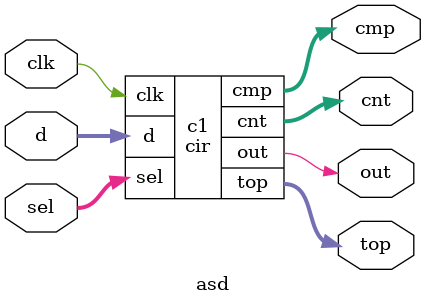
<source format=sv>
module cir(
  input clk, 
  input [1:0] sel,
  input [15:0] d,
  output [15:0] cnt, cmp, top,
  output out
);
  always_ff @(posedge clk) 
    if (sel == 2'b11) cnt <= d;
  else if (top == 0 || cnt >= top) cnt <= 1'b0;
    else cnt <= cnt + 1'b1;

  always_ff @(posedge clk)
    if (sel == 2'b10) top <= d;
    else if (sel == 2'b01) cmp <= d;

  always_ff @(posedge clk) 
    if (cmp != 0 && (cnt == top || cnt < cmp - 1'b1)) out <= 1'b1;
  else if (cmp == 0 || cnt >= cmp - 1'b1) out <= 1'b0;

endmodule

module asd(
  input clk, 
  input [1:0] sel,
  input [15:0] d,
  output [15:0] cnt, cmp, top,
  output out
);
  cir c1(clk, sel, d, cnt, cmp, top, out); 
endmodule
</source>
